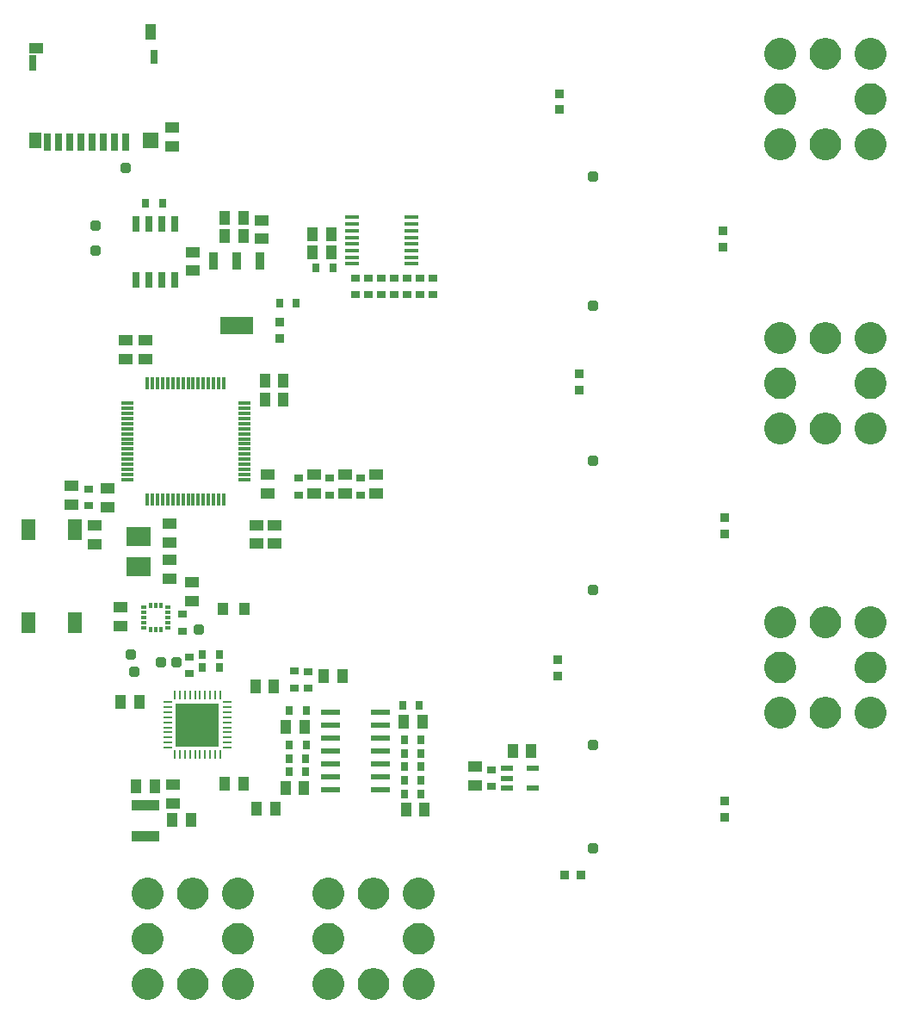
<source format=gtp>
G04*
G04 #@! TF.GenerationSoftware,Altium Limited,Altium Designer,21.0.9 (235)*
G04*
G04 Layer_Color=8421504*
%FSLAX25Y25*%
%MOIN*%
G70*
G04*
G04 #@! TF.SameCoordinates,6E1B8195-657B-4EBF-9371-98382CE2CE48*
G04*
G04*
G04 #@! TF.FilePolarity,Positive*
G04*
G01*
G75*
%ADD18R,0.03740X0.06890*%
%ADD19R,0.12598X0.06890*%
%ADD20R,0.05512X0.08268*%
%ADD21R,0.03347X0.02756*%
%ADD22R,0.02756X0.03347*%
%ADD23R,0.03740X0.03543*%
%ADD24R,0.05315X0.03937*%
G04:AMPARAMS|DCode=25|XSize=39.37mil|YSize=39.37mil|CornerRadius=9.84mil|HoleSize=0mil|Usage=FLASHONLY|Rotation=90.000|XOffset=0mil|YOffset=0mil|HoleType=Round|Shape=RoundedRectangle|*
%AMROUNDEDRECTD25*
21,1,0.03937,0.01968,0,0,90.0*
21,1,0.01968,0.03937,0,0,90.0*
1,1,0.01968,0.00984,0.00984*
1,1,0.01968,0.00984,-0.00984*
1,1,0.01968,-0.00984,-0.00984*
1,1,0.01968,-0.00984,0.00984*
%
%ADD25ROUNDEDRECTD25*%
%ADD26R,0.04331X0.04724*%
%ADD27R,0.03937X0.05315*%
%ADD28R,0.07800X0.02200*%
%ADD29R,0.16732X0.16732*%
%ADD30R,0.03347X0.00984*%
%ADD31R,0.00984X0.03347*%
%ADD32R,0.04724X0.02362*%
%ADD33R,0.10827X0.04331*%
%ADD34R,0.04724X0.01181*%
%ADD35R,0.01181X0.04724*%
%ADD36R,0.03543X0.03740*%
%ADD37R,0.02756X0.06102*%
%ADD38R,0.02362X0.01181*%
%ADD39R,0.01181X0.02362*%
%ADD40R,0.05807X0.01772*%
%ADD41R,0.03937X0.06102*%
%ADD42R,0.05709X0.03937*%
%ADD43R,0.03150X0.05906*%
%ADD44R,0.05118X0.05906*%
%ADD45R,0.02756X0.06890*%
%ADD46R,0.05906X0.05906*%
%ADD47R,0.03150X0.05512*%
%ADD48R,0.09449X0.07480*%
G36*
X434241Y493329D02*
X435351Y492869D01*
X436351Y492201D01*
X437201Y491351D01*
X437868Y490351D01*
X438329Y489241D01*
X438563Y488062D01*
Y487461D01*
Y486860D01*
X438329Y485681D01*
X437868Y484570D01*
X437201Y483571D01*
X436351Y482721D01*
X435351Y482053D01*
X434241Y481593D01*
X433062Y481358D01*
X431860D01*
X430681Y481593D01*
X429570Y482053D01*
X428571Y482721D01*
X427721Y483571D01*
X427053Y484570D01*
X426593Y485681D01*
X426358Y486860D01*
Y487461D01*
Y488062D01*
X426593Y489241D01*
X427053Y490351D01*
X427721Y491351D01*
X428571Y492201D01*
X429570Y492869D01*
X430681Y493329D01*
X431860Y493563D01*
X433062D01*
X434241Y493329D01*
D02*
G37*
G36*
X416780D02*
X417891Y492869D01*
X418890Y492201D01*
X419740Y491351D01*
X420408Y490351D01*
X420868Y489241D01*
X421102Y488062D01*
Y487461D01*
Y486860D01*
X420868Y485681D01*
X420408Y484570D01*
X419740Y483571D01*
X418890Y482721D01*
X417891Y482053D01*
X416780Y481593D01*
X415601Y481358D01*
X414399D01*
X413220Y481593D01*
X412109Y482053D01*
X411110Y482721D01*
X410260Y483571D01*
X409592Y484570D01*
X409132Y485681D01*
X408898Y486860D01*
Y487461D01*
Y488062D01*
X409132Y489241D01*
X409592Y490351D01*
X410260Y491351D01*
X411110Y492201D01*
X412109Y492869D01*
X413220Y493329D01*
X414399Y493563D01*
X415601D01*
X416780Y493329D01*
D02*
G37*
G36*
X399319D02*
X400430Y492869D01*
X401429Y492201D01*
X402279Y491351D01*
X402947Y490351D01*
X403407Y489241D01*
X403642Y488062D01*
Y487461D01*
Y486860D01*
X403407Y485681D01*
X402947Y484570D01*
X402279Y483571D01*
X401429Y482721D01*
X400430Y482053D01*
X399319Y481593D01*
X398140Y481358D01*
X396938D01*
X395759Y481593D01*
X394649Y482053D01*
X393649Y482721D01*
X392799Y483571D01*
X392131Y484570D01*
X391671Y485681D01*
X391437Y486860D01*
Y487461D01*
Y488062D01*
X391671Y489241D01*
X392131Y490351D01*
X392799Y491351D01*
X393649Y492201D01*
X394649Y492869D01*
X395759Y493329D01*
X396938Y493563D01*
X398140D01*
X399319Y493329D01*
D02*
G37*
G36*
X434241Y475868D02*
X435351Y475408D01*
X436351Y474740D01*
X437201Y473890D01*
X437868Y472891D01*
X438329Y471780D01*
X438563Y470601D01*
Y470000D01*
Y469399D01*
X438329Y468220D01*
X437868Y467109D01*
X437201Y466110D01*
X436351Y465260D01*
X435351Y464592D01*
X434241Y464132D01*
X433062Y463898D01*
X431860D01*
X430681Y464132D01*
X429570Y464592D01*
X428571Y465260D01*
X427721Y466110D01*
X427053Y467109D01*
X426593Y468220D01*
X426358Y469399D01*
Y470000D01*
Y470601D01*
X426593Y471780D01*
X427053Y472891D01*
X427721Y473890D01*
X428571Y474740D01*
X429570Y475408D01*
X430681Y475868D01*
X431860Y476102D01*
X433062D01*
X434241Y475868D01*
D02*
G37*
G36*
X399319D02*
X400430Y475408D01*
X401429Y474740D01*
X402279Y473890D01*
X402947Y472891D01*
X403407Y471780D01*
X403642Y470601D01*
Y470000D01*
Y469399D01*
X403407Y468220D01*
X402947Y467109D01*
X402279Y466110D01*
X401429Y465260D01*
X400430Y464592D01*
X399319Y464132D01*
X398140Y463898D01*
X396938D01*
X395759Y464132D01*
X394649Y464592D01*
X393649Y465260D01*
X392799Y466110D01*
X392131Y467109D01*
X391671Y468220D01*
X391437Y469399D01*
Y470000D01*
Y470601D01*
X391671Y471780D01*
X392131Y472891D01*
X392799Y473890D01*
X393649Y474740D01*
X394649Y475408D01*
X395759Y475868D01*
X396938Y476102D01*
X398140D01*
X399319Y475868D01*
D02*
G37*
G36*
X434241Y458407D02*
X435351Y457947D01*
X436351Y457279D01*
X437201Y456429D01*
X437868Y455430D01*
X438329Y454319D01*
X438563Y453140D01*
Y452539D01*
Y451938D01*
X438329Y450759D01*
X437868Y449649D01*
X437201Y448649D01*
X436351Y447799D01*
X435351Y447131D01*
X434241Y446671D01*
X433062Y446437D01*
X431860D01*
X430681Y446671D01*
X429570Y447131D01*
X428571Y447799D01*
X427721Y448649D01*
X427053Y449649D01*
X426593Y450759D01*
X426358Y451938D01*
Y452539D01*
Y453140D01*
X426593Y454319D01*
X427053Y455430D01*
X427721Y456429D01*
X428571Y457279D01*
X429570Y457947D01*
X430681Y458407D01*
X431860Y458642D01*
X433062D01*
X434241Y458407D01*
D02*
G37*
G36*
X416780D02*
X417891Y457947D01*
X418890Y457279D01*
X419740Y456429D01*
X420408Y455430D01*
X420868Y454319D01*
X421102Y453140D01*
Y452539D01*
Y451938D01*
X420868Y450759D01*
X420408Y449649D01*
X419740Y448649D01*
X418890Y447799D01*
X417891Y447131D01*
X416780Y446671D01*
X415601Y446437D01*
X414399D01*
X413220Y446671D01*
X412109Y447131D01*
X411110Y447799D01*
X410260Y448649D01*
X409592Y449649D01*
X409132Y450759D01*
X408898Y451938D01*
Y452539D01*
Y453140D01*
X409132Y454319D01*
X409592Y455430D01*
X410260Y456429D01*
X411110Y457279D01*
X412109Y457947D01*
X413220Y458407D01*
X414399Y458642D01*
X415601D01*
X416780Y458407D01*
D02*
G37*
G36*
X399319D02*
X400430Y457947D01*
X401429Y457279D01*
X402279Y456429D01*
X402947Y455430D01*
X403407Y454319D01*
X403642Y453140D01*
Y452539D01*
Y451938D01*
X403407Y450759D01*
X402947Y449649D01*
X402279Y448649D01*
X401429Y447799D01*
X400430Y447131D01*
X399319Y446671D01*
X398140Y446437D01*
X396938D01*
X395759Y446671D01*
X394649Y447131D01*
X393649Y447799D01*
X392799Y448649D01*
X392131Y449649D01*
X391671Y450759D01*
X391437Y451938D01*
Y452539D01*
Y453140D01*
X391671Y454319D01*
X392131Y455430D01*
X392799Y456429D01*
X393649Y457279D01*
X394649Y457947D01*
X395759Y458407D01*
X396938Y458642D01*
X398140D01*
X399319Y458407D01*
D02*
G37*
G36*
X434241Y383329D02*
X435351Y382869D01*
X436351Y382201D01*
X437201Y381351D01*
X437868Y380351D01*
X438329Y379241D01*
X438563Y378062D01*
Y377461D01*
Y376860D01*
X438329Y375681D01*
X437868Y374570D01*
X437201Y373571D01*
X436351Y372721D01*
X435351Y372053D01*
X434241Y371593D01*
X433062Y371358D01*
X431860D01*
X430681Y371593D01*
X429570Y372053D01*
X428571Y372721D01*
X427721Y373571D01*
X427053Y374570D01*
X426593Y375681D01*
X426358Y376860D01*
Y377461D01*
Y378062D01*
X426593Y379241D01*
X427053Y380351D01*
X427721Y381351D01*
X428571Y382201D01*
X429570Y382869D01*
X430681Y383329D01*
X431860Y383563D01*
X433062D01*
X434241Y383329D01*
D02*
G37*
G36*
X416780D02*
X417891Y382869D01*
X418890Y382201D01*
X419740Y381351D01*
X420408Y380351D01*
X420868Y379241D01*
X421102Y378062D01*
Y377461D01*
Y376860D01*
X420868Y375681D01*
X420408Y374570D01*
X419740Y373571D01*
X418890Y372721D01*
X417891Y372053D01*
X416780Y371593D01*
X415601Y371358D01*
X414399D01*
X413220Y371593D01*
X412109Y372053D01*
X411110Y372721D01*
X410260Y373571D01*
X409592Y374570D01*
X409132Y375681D01*
X408898Y376860D01*
Y377461D01*
Y378062D01*
X409132Y379241D01*
X409592Y380351D01*
X410260Y381351D01*
X411110Y382201D01*
X412109Y382869D01*
X413220Y383329D01*
X414399Y383563D01*
X415601D01*
X416780Y383329D01*
D02*
G37*
G36*
X399319D02*
X400430Y382869D01*
X401429Y382201D01*
X402279Y381351D01*
X402947Y380351D01*
X403407Y379241D01*
X403642Y378062D01*
Y377461D01*
Y376860D01*
X403407Y375681D01*
X402947Y374570D01*
X402279Y373571D01*
X401429Y372721D01*
X400430Y372053D01*
X399319Y371593D01*
X398140Y371358D01*
X396938D01*
X395759Y371593D01*
X394649Y372053D01*
X393649Y372721D01*
X392799Y373571D01*
X392131Y374570D01*
X391671Y375681D01*
X391437Y376860D01*
Y377461D01*
Y378062D01*
X391671Y379241D01*
X392131Y380351D01*
X392799Y381351D01*
X393649Y382201D01*
X394649Y382869D01*
X395759Y383329D01*
X396938Y383563D01*
X398140D01*
X399319Y383329D01*
D02*
G37*
G36*
X434241Y365868D02*
X435351Y365408D01*
X436351Y364740D01*
X437201Y363890D01*
X437868Y362891D01*
X438329Y361780D01*
X438563Y360601D01*
Y360000D01*
Y359399D01*
X438329Y358220D01*
X437868Y357109D01*
X437201Y356110D01*
X436351Y355260D01*
X435351Y354592D01*
X434241Y354132D01*
X433062Y353898D01*
X431860D01*
X430681Y354132D01*
X429570Y354592D01*
X428571Y355260D01*
X427721Y356110D01*
X427053Y357109D01*
X426593Y358220D01*
X426358Y359399D01*
Y360000D01*
Y360601D01*
X426593Y361780D01*
X427053Y362891D01*
X427721Y363890D01*
X428571Y364740D01*
X429570Y365408D01*
X430681Y365868D01*
X431860Y366102D01*
X433062D01*
X434241Y365868D01*
D02*
G37*
G36*
X399319D02*
X400430Y365408D01*
X401429Y364740D01*
X402279Y363890D01*
X402947Y362891D01*
X403407Y361780D01*
X403642Y360601D01*
Y360000D01*
Y359399D01*
X403407Y358220D01*
X402947Y357109D01*
X402279Y356110D01*
X401429Y355260D01*
X400430Y354592D01*
X399319Y354132D01*
X398140Y353898D01*
X396938D01*
X395759Y354132D01*
X394649Y354592D01*
X393649Y355260D01*
X392799Y356110D01*
X392131Y357109D01*
X391671Y358220D01*
X391437Y359399D01*
Y360000D01*
Y360601D01*
X391671Y361780D01*
X392131Y362891D01*
X392799Y363890D01*
X393649Y364740D01*
X394649Y365408D01*
X395759Y365868D01*
X396938Y366102D01*
X398140D01*
X399319Y365868D01*
D02*
G37*
G36*
X434241Y348407D02*
X435351Y347947D01*
X436351Y347279D01*
X437201Y346429D01*
X437868Y345430D01*
X438329Y344319D01*
X438563Y343140D01*
Y342539D01*
Y341938D01*
X438329Y340759D01*
X437868Y339649D01*
X437201Y338649D01*
X436351Y337799D01*
X435351Y337132D01*
X434241Y336671D01*
X433062Y336437D01*
X431860D01*
X430681Y336671D01*
X429570Y337132D01*
X428571Y337799D01*
X427721Y338649D01*
X427053Y339649D01*
X426593Y340759D01*
X426358Y341938D01*
Y342539D01*
Y343140D01*
X426593Y344319D01*
X427053Y345430D01*
X427721Y346429D01*
X428571Y347279D01*
X429570Y347947D01*
X430681Y348407D01*
X431860Y348642D01*
X433062D01*
X434241Y348407D01*
D02*
G37*
G36*
X416780D02*
X417891Y347947D01*
X418890Y347279D01*
X419740Y346429D01*
X420408Y345430D01*
X420868Y344319D01*
X421102Y343140D01*
Y342539D01*
Y341938D01*
X420868Y340759D01*
X420408Y339649D01*
X419740Y338649D01*
X418890Y337799D01*
X417891Y337132D01*
X416780Y336671D01*
X415601Y336437D01*
X414399D01*
X413220Y336671D01*
X412109Y337132D01*
X411110Y337799D01*
X410260Y338649D01*
X409592Y339649D01*
X409132Y340759D01*
X408898Y341938D01*
Y342539D01*
Y343140D01*
X409132Y344319D01*
X409592Y345430D01*
X410260Y346429D01*
X411110Y347279D01*
X412109Y347947D01*
X413220Y348407D01*
X414399Y348642D01*
X415601D01*
X416780Y348407D01*
D02*
G37*
G36*
X399319D02*
X400430Y347947D01*
X401429Y347279D01*
X402279Y346429D01*
X402947Y345430D01*
X403407Y344319D01*
X403642Y343140D01*
Y342539D01*
Y341938D01*
X403407Y340759D01*
X402947Y339649D01*
X402279Y338649D01*
X401429Y337799D01*
X400430Y337132D01*
X399319Y336671D01*
X398140Y336437D01*
X396938D01*
X395759Y336671D01*
X394649Y337132D01*
X393649Y337799D01*
X392799Y338649D01*
X392131Y339649D01*
X391671Y340759D01*
X391437Y341938D01*
Y342539D01*
Y343140D01*
X391671Y344319D01*
X392131Y345430D01*
X392799Y346429D01*
X393649Y347279D01*
X394649Y347947D01*
X395759Y348407D01*
X396938Y348642D01*
X398140D01*
X399319Y348407D01*
D02*
G37*
G36*
X434241Y273328D02*
X435351Y272868D01*
X436351Y272201D01*
X437201Y271351D01*
X437868Y270351D01*
X438329Y269241D01*
X438563Y268062D01*
Y267461D01*
Y266860D01*
X438329Y265681D01*
X437868Y264570D01*
X437201Y263571D01*
X436351Y262721D01*
X435351Y262053D01*
X434241Y261593D01*
X433062Y261358D01*
X431860D01*
X430681Y261593D01*
X429570Y262053D01*
X428571Y262721D01*
X427721Y263571D01*
X427053Y264570D01*
X426593Y265681D01*
X426358Y266860D01*
Y267461D01*
Y268062D01*
X426593Y269241D01*
X427053Y270351D01*
X427721Y271351D01*
X428571Y272201D01*
X429570Y272868D01*
X430681Y273328D01*
X431860Y273563D01*
X433062D01*
X434241Y273328D01*
D02*
G37*
G36*
X416780D02*
X417891Y272868D01*
X418890Y272201D01*
X419740Y271351D01*
X420408Y270351D01*
X420868Y269241D01*
X421102Y268062D01*
Y267461D01*
Y266860D01*
X420868Y265681D01*
X420408Y264570D01*
X419740Y263571D01*
X418890Y262721D01*
X417891Y262053D01*
X416780Y261593D01*
X415601Y261358D01*
X414399D01*
X413220Y261593D01*
X412109Y262053D01*
X411110Y262721D01*
X410260Y263571D01*
X409592Y264570D01*
X409132Y265681D01*
X408898Y266860D01*
Y267461D01*
Y268062D01*
X409132Y269241D01*
X409592Y270351D01*
X410260Y271351D01*
X411110Y272201D01*
X412109Y272868D01*
X413220Y273328D01*
X414399Y273563D01*
X415601D01*
X416780Y273328D01*
D02*
G37*
G36*
X399319D02*
X400430Y272868D01*
X401429Y272201D01*
X402279Y271351D01*
X402947Y270351D01*
X403407Y269241D01*
X403642Y268062D01*
Y267461D01*
Y266860D01*
X403407Y265681D01*
X402947Y264570D01*
X402279Y263571D01*
X401429Y262721D01*
X400430Y262053D01*
X399319Y261593D01*
X398140Y261358D01*
X396938D01*
X395759Y261593D01*
X394649Y262053D01*
X393649Y262721D01*
X392799Y263571D01*
X392131Y264570D01*
X391671Y265681D01*
X391437Y266860D01*
Y267461D01*
Y268062D01*
X391671Y269241D01*
X392131Y270351D01*
X392799Y271351D01*
X393649Y272201D01*
X394649Y272868D01*
X395759Y273328D01*
X396938Y273563D01*
X398140D01*
X399319Y273328D01*
D02*
G37*
G36*
X434241Y255868D02*
X435351Y255408D01*
X436351Y254740D01*
X437201Y253890D01*
X437868Y252890D01*
X438329Y251780D01*
X438563Y250601D01*
Y250000D01*
Y249399D01*
X438329Y248220D01*
X437868Y247109D01*
X437201Y246110D01*
X436351Y245260D01*
X435351Y244592D01*
X434241Y244132D01*
X433062Y243898D01*
X431860D01*
X430681Y244132D01*
X429570Y244592D01*
X428571Y245260D01*
X427721Y246110D01*
X427053Y247109D01*
X426593Y248220D01*
X426358Y249399D01*
Y250000D01*
Y250601D01*
X426593Y251780D01*
X427053Y252890D01*
X427721Y253890D01*
X428571Y254740D01*
X429570Y255408D01*
X430681Y255868D01*
X431860Y256102D01*
X433062D01*
X434241Y255868D01*
D02*
G37*
G36*
X399319D02*
X400430Y255408D01*
X401429Y254740D01*
X402279Y253890D01*
X402947Y252890D01*
X403407Y251780D01*
X403642Y250601D01*
Y250000D01*
Y249399D01*
X403407Y248220D01*
X402947Y247109D01*
X402279Y246110D01*
X401429Y245260D01*
X400430Y244592D01*
X399319Y244132D01*
X398140Y243898D01*
X396938D01*
X395759Y244132D01*
X394649Y244592D01*
X393649Y245260D01*
X392799Y246110D01*
X392131Y247109D01*
X391671Y248220D01*
X391437Y249399D01*
Y250000D01*
Y250601D01*
X391671Y251780D01*
X392131Y252890D01*
X392799Y253890D01*
X393649Y254740D01*
X394649Y255408D01*
X395759Y255868D01*
X396938Y256102D01*
X398140D01*
X399319Y255868D01*
D02*
G37*
G36*
X434241Y238407D02*
X435351Y237947D01*
X436351Y237279D01*
X437201Y236429D01*
X437868Y235430D01*
X438329Y234319D01*
X438563Y233140D01*
Y232539D01*
Y231938D01*
X438329Y230759D01*
X437868Y229649D01*
X437201Y228649D01*
X436351Y227799D01*
X435351Y227132D01*
X434241Y226672D01*
X433062Y226437D01*
X431860D01*
X430681Y226672D01*
X429570Y227132D01*
X428571Y227799D01*
X427721Y228649D01*
X427053Y229649D01*
X426593Y230759D01*
X426358Y231938D01*
Y232539D01*
Y233140D01*
X426593Y234319D01*
X427053Y235430D01*
X427721Y236429D01*
X428571Y237279D01*
X429570Y237947D01*
X430681Y238407D01*
X431860Y238642D01*
X433062D01*
X434241Y238407D01*
D02*
G37*
G36*
X416780D02*
X417891Y237947D01*
X418890Y237279D01*
X419740Y236429D01*
X420408Y235430D01*
X420868Y234319D01*
X421102Y233140D01*
Y232539D01*
Y231938D01*
X420868Y230759D01*
X420408Y229649D01*
X419740Y228649D01*
X418890Y227799D01*
X417891Y227132D01*
X416780Y226672D01*
X415601Y226437D01*
X414399D01*
X413220Y226672D01*
X412109Y227132D01*
X411110Y227799D01*
X410260Y228649D01*
X409592Y229649D01*
X409132Y230759D01*
X408898Y231938D01*
Y232539D01*
Y233140D01*
X409132Y234319D01*
X409592Y235430D01*
X410260Y236429D01*
X411110Y237279D01*
X412109Y237947D01*
X413220Y238407D01*
X414399Y238642D01*
X415601D01*
X416780Y238407D01*
D02*
G37*
G36*
X399319D02*
X400430Y237947D01*
X401429Y237279D01*
X402279Y236429D01*
X402947Y235430D01*
X403407Y234319D01*
X403642Y233140D01*
Y232539D01*
Y231938D01*
X403407Y230759D01*
X402947Y229649D01*
X402279Y228649D01*
X401429Y227799D01*
X400430Y227132D01*
X399319Y226672D01*
X398140Y226437D01*
X396938D01*
X395759Y226672D01*
X394649Y227132D01*
X393649Y227799D01*
X392799Y228649D01*
X392131Y229649D01*
X391671Y230759D01*
X391437Y231938D01*
Y232539D01*
Y233140D01*
X391671Y234319D01*
X392131Y235430D01*
X392799Y236429D01*
X393649Y237279D01*
X394649Y237947D01*
X395759Y238407D01*
X396938Y238642D01*
X398140D01*
X399319Y238407D01*
D02*
G37*
G36*
X259241Y168328D02*
X260351Y167868D01*
X261351Y167201D01*
X262201Y166351D01*
X262868Y165351D01*
X263329Y164241D01*
X263563Y163062D01*
Y162461D01*
Y161860D01*
X263329Y160681D01*
X262868Y159570D01*
X262201Y158571D01*
X261351Y157721D01*
X260351Y157053D01*
X259241Y156593D01*
X258062Y156358D01*
X256860D01*
X255681Y156593D01*
X254570Y157053D01*
X253571Y157721D01*
X252721Y158571D01*
X252053Y159570D01*
X251593Y160681D01*
X251358Y161860D01*
Y162461D01*
Y163062D01*
X251593Y164241D01*
X252053Y165351D01*
X252721Y166351D01*
X253571Y167201D01*
X254570Y167868D01*
X255681Y168328D01*
X256860Y168563D01*
X258062D01*
X259241Y168328D01*
D02*
G37*
G36*
X241780D02*
X242891Y167868D01*
X243890Y167201D01*
X244740Y166351D01*
X245408Y165351D01*
X245868Y164241D01*
X246102Y163062D01*
Y162461D01*
Y161860D01*
X245868Y160681D01*
X245408Y159570D01*
X244740Y158571D01*
X243890Y157721D01*
X242891Y157053D01*
X241780Y156593D01*
X240601Y156358D01*
X239399D01*
X238220Y156593D01*
X237109Y157053D01*
X236110Y157721D01*
X235260Y158571D01*
X234592Y159570D01*
X234132Y160681D01*
X233898Y161860D01*
Y162461D01*
Y163062D01*
X234132Y164241D01*
X234592Y165351D01*
X235260Y166351D01*
X236110Y167201D01*
X237109Y167868D01*
X238220Y168328D01*
X239399Y168563D01*
X240601D01*
X241780Y168328D01*
D02*
G37*
G36*
X224319D02*
X225430Y167868D01*
X226429Y167201D01*
X227279Y166351D01*
X227947Y165351D01*
X228407Y164241D01*
X228642Y163062D01*
Y162461D01*
Y161860D01*
X228407Y160681D01*
X227947Y159570D01*
X227279Y158571D01*
X226429Y157721D01*
X225430Y157053D01*
X224319Y156593D01*
X223140Y156358D01*
X221938D01*
X220759Y156593D01*
X219649Y157053D01*
X218649Y157721D01*
X217799Y158571D01*
X217131Y159570D01*
X216671Y160681D01*
X216437Y161860D01*
Y162461D01*
Y163062D01*
X216671Y164241D01*
X217131Y165351D01*
X217799Y166351D01*
X218649Y167201D01*
X219649Y167868D01*
X220759Y168328D01*
X221938Y168563D01*
X223140D01*
X224319Y168328D01*
D02*
G37*
G36*
X189241D02*
X190351Y167868D01*
X191351Y167201D01*
X192201Y166351D01*
X192868Y165351D01*
X193328Y164241D01*
X193563Y163062D01*
Y162461D01*
Y161860D01*
X193328Y160681D01*
X192868Y159570D01*
X192201Y158571D01*
X191351Y157721D01*
X190351Y157053D01*
X189241Y156593D01*
X188062Y156358D01*
X186860D01*
X185681Y156593D01*
X184570Y157053D01*
X183571Y157721D01*
X182721Y158571D01*
X182053Y159570D01*
X181593Y160681D01*
X181358Y161860D01*
Y162461D01*
Y163062D01*
X181593Y164241D01*
X182053Y165351D01*
X182721Y166351D01*
X183571Y167201D01*
X184570Y167868D01*
X185681Y168328D01*
X186860Y168563D01*
X188062D01*
X189241Y168328D01*
D02*
G37*
G36*
X171780D02*
X172891Y167868D01*
X173890Y167201D01*
X174740Y166351D01*
X175408Y165351D01*
X175868Y164241D01*
X176102Y163062D01*
Y162461D01*
Y161860D01*
X175868Y160681D01*
X175408Y159570D01*
X174740Y158571D01*
X173890Y157721D01*
X172891Y157053D01*
X171780Y156593D01*
X170601Y156358D01*
X169399D01*
X168220Y156593D01*
X167109Y157053D01*
X166110Y157721D01*
X165260Y158571D01*
X164592Y159570D01*
X164132Y160681D01*
X163898Y161860D01*
Y162461D01*
Y163062D01*
X164132Y164241D01*
X164592Y165351D01*
X165260Y166351D01*
X166110Y167201D01*
X167109Y167868D01*
X168220Y168328D01*
X169399Y168563D01*
X170601D01*
X171780Y168328D01*
D02*
G37*
G36*
X154319D02*
X155430Y167868D01*
X156429Y167201D01*
X157279Y166351D01*
X157947Y165351D01*
X158407Y164241D01*
X158642Y163062D01*
Y162461D01*
Y161860D01*
X158407Y160681D01*
X157947Y159570D01*
X157279Y158571D01*
X156429Y157721D01*
X155430Y157053D01*
X154319Y156593D01*
X153140Y156358D01*
X151938D01*
X150759Y156593D01*
X149649Y157053D01*
X148649Y157721D01*
X147799Y158571D01*
X147132Y159570D01*
X146671Y160681D01*
X146437Y161860D01*
Y162461D01*
Y163062D01*
X146671Y164241D01*
X147132Y165351D01*
X147799Y166351D01*
X148649Y167201D01*
X149649Y167868D01*
X150759Y168328D01*
X151938Y168563D01*
X153140D01*
X154319Y168328D01*
D02*
G37*
G36*
X259241Y150868D02*
X260351Y150408D01*
X261351Y149740D01*
X262201Y148890D01*
X262868Y147891D01*
X263329Y146780D01*
X263563Y145601D01*
Y145000D01*
Y144399D01*
X263329Y143220D01*
X262868Y142109D01*
X262201Y141110D01*
X261351Y140260D01*
X260351Y139592D01*
X259241Y139132D01*
X258062Y138898D01*
X256860D01*
X255681Y139132D01*
X254570Y139592D01*
X253571Y140260D01*
X252721Y141110D01*
X252053Y142109D01*
X251593Y143220D01*
X251358Y144399D01*
Y145000D01*
Y145601D01*
X251593Y146780D01*
X252053Y147891D01*
X252721Y148890D01*
X253571Y149740D01*
X254570Y150408D01*
X255681Y150868D01*
X256860Y151102D01*
X258062D01*
X259241Y150868D01*
D02*
G37*
G36*
X224319D02*
X225430Y150408D01*
X226429Y149740D01*
X227279Y148890D01*
X227947Y147891D01*
X228407Y146780D01*
X228642Y145601D01*
Y145000D01*
Y144399D01*
X228407Y143220D01*
X227947Y142109D01*
X227279Y141110D01*
X226429Y140260D01*
X225430Y139592D01*
X224319Y139132D01*
X223140Y138898D01*
X221938D01*
X220759Y139132D01*
X219649Y139592D01*
X218649Y140260D01*
X217799Y141110D01*
X217131Y142109D01*
X216671Y143220D01*
X216437Y144399D01*
Y145000D01*
Y145601D01*
X216671Y146780D01*
X217131Y147891D01*
X217799Y148890D01*
X218649Y149740D01*
X219649Y150408D01*
X220759Y150868D01*
X221938Y151102D01*
X223140D01*
X224319Y150868D01*
D02*
G37*
G36*
X189241D02*
X190351Y150408D01*
X191351Y149740D01*
X192201Y148890D01*
X192868Y147891D01*
X193328Y146780D01*
X193563Y145601D01*
Y145000D01*
Y144399D01*
X193328Y143220D01*
X192868Y142109D01*
X192201Y141110D01*
X191351Y140260D01*
X190351Y139592D01*
X189241Y139132D01*
X188062Y138898D01*
X186860D01*
X185681Y139132D01*
X184570Y139592D01*
X183571Y140260D01*
X182721Y141110D01*
X182053Y142109D01*
X181593Y143220D01*
X181358Y144399D01*
Y145000D01*
Y145601D01*
X181593Y146780D01*
X182053Y147891D01*
X182721Y148890D01*
X183571Y149740D01*
X184570Y150408D01*
X185681Y150868D01*
X186860Y151102D01*
X188062D01*
X189241Y150868D01*
D02*
G37*
G36*
X154319D02*
X155430Y150408D01*
X156429Y149740D01*
X157279Y148890D01*
X157947Y147891D01*
X158407Y146780D01*
X158642Y145601D01*
Y145000D01*
Y144399D01*
X158407Y143220D01*
X157947Y142109D01*
X157279Y141110D01*
X156429Y140260D01*
X155430Y139592D01*
X154319Y139132D01*
X153140Y138898D01*
X151938D01*
X150759Y139132D01*
X149649Y139592D01*
X148649Y140260D01*
X147799Y141110D01*
X147132Y142109D01*
X146671Y143220D01*
X146437Y144399D01*
Y145000D01*
Y145601D01*
X146671Y146780D01*
X147132Y147891D01*
X147799Y148890D01*
X148649Y149740D01*
X149649Y150408D01*
X150759Y150868D01*
X151938Y151102D01*
X153140D01*
X154319Y150868D01*
D02*
G37*
G36*
X259241Y133407D02*
X260351Y132947D01*
X261351Y132279D01*
X262201Y131429D01*
X262868Y130430D01*
X263329Y129319D01*
X263563Y128140D01*
Y127539D01*
Y126938D01*
X263329Y125759D01*
X262868Y124649D01*
X262201Y123649D01*
X261351Y122799D01*
X260351Y122132D01*
X259241Y121671D01*
X258062Y121437D01*
X256860D01*
X255681Y121671D01*
X254570Y122132D01*
X253571Y122799D01*
X252721Y123649D01*
X252053Y124649D01*
X251593Y125759D01*
X251358Y126938D01*
Y127539D01*
Y128140D01*
X251593Y129319D01*
X252053Y130430D01*
X252721Y131429D01*
X253571Y132279D01*
X254570Y132947D01*
X255681Y133407D01*
X256860Y133642D01*
X258062D01*
X259241Y133407D01*
D02*
G37*
G36*
X241780D02*
X242891Y132947D01*
X243890Y132279D01*
X244740Y131429D01*
X245408Y130430D01*
X245868Y129319D01*
X246102Y128140D01*
Y127539D01*
Y126938D01*
X245868Y125759D01*
X245408Y124649D01*
X244740Y123649D01*
X243890Y122799D01*
X242891Y122132D01*
X241780Y121671D01*
X240601Y121437D01*
X239399D01*
X238220Y121671D01*
X237109Y122132D01*
X236110Y122799D01*
X235260Y123649D01*
X234592Y124649D01*
X234132Y125759D01*
X233898Y126938D01*
Y127539D01*
Y128140D01*
X234132Y129319D01*
X234592Y130430D01*
X235260Y131429D01*
X236110Y132279D01*
X237109Y132947D01*
X238220Y133407D01*
X239399Y133642D01*
X240601D01*
X241780Y133407D01*
D02*
G37*
G36*
X224319D02*
X225430Y132947D01*
X226429Y132279D01*
X227279Y131429D01*
X227947Y130430D01*
X228407Y129319D01*
X228642Y128140D01*
Y127539D01*
Y126938D01*
X228407Y125759D01*
X227947Y124649D01*
X227279Y123649D01*
X226429Y122799D01*
X225430Y122132D01*
X224319Y121671D01*
X223140Y121437D01*
X221938D01*
X220759Y121671D01*
X219649Y122132D01*
X218649Y122799D01*
X217799Y123649D01*
X217131Y124649D01*
X216671Y125759D01*
X216437Y126938D01*
Y127539D01*
Y128140D01*
X216671Y129319D01*
X217131Y130430D01*
X217799Y131429D01*
X218649Y132279D01*
X219649Y132947D01*
X220759Y133407D01*
X221938Y133642D01*
X223140D01*
X224319Y133407D01*
D02*
G37*
G36*
X189241D02*
X190351Y132947D01*
X191351Y132279D01*
X192201Y131429D01*
X192868Y130430D01*
X193328Y129319D01*
X193563Y128140D01*
Y127539D01*
Y126938D01*
X193328Y125759D01*
X192868Y124649D01*
X192201Y123649D01*
X191351Y122799D01*
X190351Y122132D01*
X189241Y121671D01*
X188062Y121437D01*
X186860D01*
X185681Y121671D01*
X184570Y122132D01*
X183571Y122799D01*
X182721Y123649D01*
X182053Y124649D01*
X181593Y125759D01*
X181358Y126938D01*
Y127539D01*
Y128140D01*
X181593Y129319D01*
X182053Y130430D01*
X182721Y131429D01*
X183571Y132279D01*
X184570Y132947D01*
X185681Y133407D01*
X186860Y133642D01*
X188062D01*
X189241Y133407D01*
D02*
G37*
G36*
X171780D02*
X172891Y132947D01*
X173890Y132279D01*
X174740Y131429D01*
X175408Y130430D01*
X175868Y129319D01*
X176102Y128140D01*
Y127539D01*
Y126938D01*
X175868Y125759D01*
X175408Y124649D01*
X174740Y123649D01*
X173890Y122799D01*
X172891Y122132D01*
X171780Y121671D01*
X170601Y121437D01*
X169399D01*
X168220Y121671D01*
X167109Y122132D01*
X166110Y122799D01*
X165260Y123649D01*
X164592Y124649D01*
X164132Y125759D01*
X163898Y126938D01*
Y127539D01*
Y128140D01*
X164132Y129319D01*
X164592Y130430D01*
X165260Y131429D01*
X166110Y132279D01*
X167109Y132947D01*
X168220Y133407D01*
X169399Y133642D01*
X170601D01*
X171780Y133407D01*
D02*
G37*
G36*
X154319D02*
X155430Y132947D01*
X156429Y132279D01*
X157279Y131429D01*
X157947Y130430D01*
X158407Y129319D01*
X158642Y128140D01*
Y127539D01*
Y126938D01*
X158407Y125759D01*
X157947Y124649D01*
X157279Y123649D01*
X156429Y122799D01*
X155430Y122132D01*
X154319Y121671D01*
X153140Y121437D01*
X151938D01*
X150759Y121671D01*
X149649Y122132D01*
X148649Y122799D01*
X147799Y123649D01*
X147132Y124649D01*
X146671Y125759D01*
X146437Y126938D01*
Y127539D01*
Y128140D01*
X146671Y129319D01*
X147132Y130430D01*
X147799Y131429D01*
X148649Y132279D01*
X149649Y132947D01*
X150759Y133407D01*
X151938Y133642D01*
X153140D01*
X154319Y133407D01*
D02*
G37*
D18*
X195949Y407193D02*
D03*
X186894D02*
D03*
X177839D02*
D03*
D19*
X186894Y382390D02*
D03*
D20*
X106442Y303213D02*
D03*
Y267387D02*
D03*
X124158Y303213D02*
D03*
Y267387D02*
D03*
D21*
X263000Y400748D02*
D03*
Y394252D02*
D03*
X129700Y319148D02*
D03*
Y312652D02*
D03*
X235000Y323248D02*
D03*
Y316752D02*
D03*
X223000Y323248D02*
D03*
Y316752D02*
D03*
X211000D02*
D03*
Y323248D02*
D03*
X285500Y203952D02*
D03*
Y210448D02*
D03*
X168800Y247552D02*
D03*
Y254048D02*
D03*
X209400Y248648D02*
D03*
Y242152D02*
D03*
X214700Y248448D02*
D03*
Y241952D02*
D03*
X165900Y264152D02*
D03*
Y270648D02*
D03*
X248000Y394252D02*
D03*
Y400748D02*
D03*
X243000D02*
D03*
Y394252D02*
D03*
X238000Y400748D02*
D03*
Y394252D02*
D03*
X253000Y400748D02*
D03*
Y394252D02*
D03*
X233000Y400748D02*
D03*
Y394252D02*
D03*
X258000Y400748D02*
D03*
Y394252D02*
D03*
D22*
X203504Y391000D02*
D03*
X210000D02*
D03*
X257648Y235200D02*
D03*
X251152D02*
D03*
X251900Y222100D02*
D03*
X258396D02*
D03*
Y216800D02*
D03*
X251900D02*
D03*
X180148Y255000D02*
D03*
X173652D02*
D03*
X180148Y249900D02*
D03*
X173652D02*
D03*
X224248Y404500D02*
D03*
X217752D02*
D03*
X207252Y209700D02*
D03*
X213748D02*
D03*
X151752Y429500D02*
D03*
X158248D02*
D03*
X258348Y206400D02*
D03*
X251852D02*
D03*
X258348Y211700D02*
D03*
X251852D02*
D03*
X207352Y220000D02*
D03*
X213848D02*
D03*
X207252Y214800D02*
D03*
X213748D02*
D03*
X213948Y233200D02*
D03*
X207452D02*
D03*
X251900Y201100D02*
D03*
X258396D02*
D03*
D23*
X203700Y377350D02*
D03*
Y383650D02*
D03*
X376000Y308000D02*
D03*
Y301701D02*
D03*
X319600Y357350D02*
D03*
Y363650D02*
D03*
X375300Y419050D02*
D03*
Y412750D02*
D03*
X312000Y465850D02*
D03*
Y472150D02*
D03*
X376000Y192000D02*
D03*
Y198299D02*
D03*
X311300Y252950D02*
D03*
Y246650D02*
D03*
D24*
X196500Y415858D02*
D03*
Y423142D02*
D03*
X161900Y458842D02*
D03*
Y451558D02*
D03*
X123000Y313158D02*
D03*
Y320442D02*
D03*
X279200Y204458D02*
D03*
Y211742D02*
D03*
X169800Y275658D02*
D03*
Y282942D02*
D03*
X241000Y317358D02*
D03*
Y324642D02*
D03*
X162400Y197458D02*
D03*
Y204742D02*
D03*
X229000Y324500D02*
D03*
Y317216D02*
D03*
X217000Y324642D02*
D03*
Y317358D02*
D03*
X194700Y297858D02*
D03*
Y305142D02*
D03*
X142100Y266158D02*
D03*
Y273442D02*
D03*
X136900Y319342D02*
D03*
Y312058D02*
D03*
X151500Y376642D02*
D03*
Y369358D02*
D03*
X144000D02*
D03*
Y376642D02*
D03*
X199000Y324642D02*
D03*
Y317358D02*
D03*
X161000Y305642D02*
D03*
Y298358D02*
D03*
Y284358D02*
D03*
Y291642D02*
D03*
X132000Y297658D02*
D03*
Y304942D02*
D03*
X170000Y410783D02*
D03*
Y403500D02*
D03*
X201800Y297858D02*
D03*
Y305142D02*
D03*
D25*
X132400Y411400D02*
D03*
Y420900D02*
D03*
X143900Y443200D02*
D03*
X163600Y252000D02*
D03*
X157700Y252100D02*
D03*
X172200Y264600D02*
D03*
X146100Y255100D02*
D03*
X147253Y248467D02*
D03*
X325000Y330000D02*
D03*
Y440000D02*
D03*
Y390000D02*
D03*
Y280000D02*
D03*
Y180000D02*
D03*
Y220000D02*
D03*
D26*
X181559Y272746D02*
D03*
X189827D02*
D03*
D27*
X197858Y361000D02*
D03*
X205142D02*
D03*
X220558Y246700D02*
D03*
X227842D02*
D03*
X251758Y229000D02*
D03*
X259042D02*
D03*
X301142Y217800D02*
D03*
X293858D02*
D03*
X169342Y191100D02*
D03*
X162058D02*
D03*
X201442Y242600D02*
D03*
X194158D02*
D03*
X194758Y195400D02*
D03*
X202042D02*
D03*
X189542Y205000D02*
D03*
X182258D02*
D03*
X149242Y236500D02*
D03*
X141958D02*
D03*
X148058Y204000D02*
D03*
X155342D02*
D03*
X182358Y417000D02*
D03*
X189642D02*
D03*
X213142Y203300D02*
D03*
X205858D02*
D03*
X252500Y194900D02*
D03*
X259784D02*
D03*
X213342Y226900D02*
D03*
X206058D02*
D03*
X223642Y417500D02*
D03*
X216358D02*
D03*
Y410500D02*
D03*
X223642D02*
D03*
X189642Y424000D02*
D03*
X182358D02*
D03*
X205142Y353500D02*
D03*
X197858D02*
D03*
D28*
X242600Y232600D02*
D03*
Y227600D02*
D03*
Y222600D02*
D03*
Y217600D02*
D03*
Y212600D02*
D03*
Y207600D02*
D03*
Y202600D02*
D03*
X223200D02*
D03*
Y207600D02*
D03*
Y212600D02*
D03*
Y217600D02*
D03*
Y222600D02*
D03*
Y227600D02*
D03*
Y232600D02*
D03*
D29*
X171800Y227800D02*
D03*
D30*
X160186Y218942D02*
D03*
Y220910D02*
D03*
Y222879D02*
D03*
Y224847D02*
D03*
Y226816D02*
D03*
Y228784D02*
D03*
Y230753D02*
D03*
Y232721D02*
D03*
Y234690D02*
D03*
Y236658D02*
D03*
X183414D02*
D03*
Y234690D02*
D03*
Y232721D02*
D03*
Y230753D02*
D03*
Y228784D02*
D03*
Y226816D02*
D03*
Y224847D02*
D03*
Y222879D02*
D03*
Y220910D02*
D03*
Y218942D02*
D03*
D31*
X162942Y239414D02*
D03*
X164910D02*
D03*
X166879D02*
D03*
X168847D02*
D03*
X170816D02*
D03*
X172784D02*
D03*
X174753D02*
D03*
X176721D02*
D03*
X178690D02*
D03*
X180658D02*
D03*
Y216186D02*
D03*
X178690D02*
D03*
X176721D02*
D03*
X174753D02*
D03*
X172784D02*
D03*
X170816D02*
D03*
X168847D02*
D03*
X166879D02*
D03*
X164910D02*
D03*
X162942D02*
D03*
D32*
X291779Y210840D02*
D03*
Y207100D02*
D03*
Y203360D02*
D03*
X301621D02*
D03*
Y210840D02*
D03*
D33*
X151800Y196604D02*
D03*
Y184596D02*
D03*
D34*
X144547Y322736D02*
D03*
Y324705D02*
D03*
Y326673D02*
D03*
Y328642D02*
D03*
Y330610D02*
D03*
Y332579D02*
D03*
Y334547D02*
D03*
Y336516D02*
D03*
Y338484D02*
D03*
Y340453D02*
D03*
Y342421D02*
D03*
Y344390D02*
D03*
Y346358D02*
D03*
Y348327D02*
D03*
Y350295D02*
D03*
Y352264D02*
D03*
X189823Y338484D02*
D03*
Y340453D02*
D03*
Y342421D02*
D03*
Y344390D02*
D03*
Y346358D02*
D03*
Y348327D02*
D03*
Y350295D02*
D03*
Y352264D02*
D03*
Y322736D02*
D03*
Y324705D02*
D03*
Y326673D02*
D03*
Y328642D02*
D03*
Y330610D02*
D03*
Y332579D02*
D03*
Y334547D02*
D03*
Y336516D02*
D03*
D35*
X152421Y360138D02*
D03*
X154390D02*
D03*
X156358D02*
D03*
X158327D02*
D03*
X160295D02*
D03*
X162264D02*
D03*
X164232D02*
D03*
X166201D02*
D03*
X168169D02*
D03*
X170138D02*
D03*
X172106D02*
D03*
X174075D02*
D03*
X176043D02*
D03*
X178012D02*
D03*
X179980D02*
D03*
X181949D02*
D03*
X152421Y314862D02*
D03*
X154390D02*
D03*
X156358D02*
D03*
X158327D02*
D03*
X160295D02*
D03*
X162264D02*
D03*
X164232D02*
D03*
X166201D02*
D03*
X168169D02*
D03*
X170138D02*
D03*
X172106D02*
D03*
X174075D02*
D03*
X176043D02*
D03*
X178012D02*
D03*
X179980D02*
D03*
X181949D02*
D03*
D36*
X313950Y169600D02*
D03*
X320250D02*
D03*
D37*
X147894Y421520D02*
D03*
X152894D02*
D03*
X157894D02*
D03*
X162894D02*
D03*
Y400063D02*
D03*
X157894D02*
D03*
X152894D02*
D03*
X147894D02*
D03*
D38*
X150976Y273237D02*
D03*
Y271269D02*
D03*
Y269300D02*
D03*
Y267332D02*
D03*
Y265363D02*
D03*
X160424D02*
D03*
Y267332D02*
D03*
Y269300D02*
D03*
Y271269D02*
D03*
Y273237D02*
D03*
D39*
X153732Y264576D02*
D03*
X155700D02*
D03*
X157668D02*
D03*
Y274024D02*
D03*
X155700D02*
D03*
X153732D02*
D03*
D40*
X254673Y424165D02*
D03*
Y421606D02*
D03*
Y419047D02*
D03*
Y416488D02*
D03*
Y413929D02*
D03*
Y411370D02*
D03*
Y408811D02*
D03*
Y406252D02*
D03*
X231539D02*
D03*
Y408811D02*
D03*
Y411370D02*
D03*
Y413929D02*
D03*
Y416488D02*
D03*
Y419047D02*
D03*
Y421606D02*
D03*
Y424165D02*
D03*
D41*
X153547Y495957D02*
D03*
D42*
X109354Y489756D02*
D03*
D43*
X108075Y483850D02*
D03*
D44*
X109059Y453929D02*
D03*
D45*
X113784Y453437D02*
D03*
X118114D02*
D03*
X122445D02*
D03*
X126776D02*
D03*
X131106D02*
D03*
X135437D02*
D03*
X139768D02*
D03*
X144098D02*
D03*
D46*
X153744Y453929D02*
D03*
D47*
X155122Y486410D02*
D03*
D48*
X149000Y289000D02*
D03*
Y300500D02*
D03*
M02*

</source>
